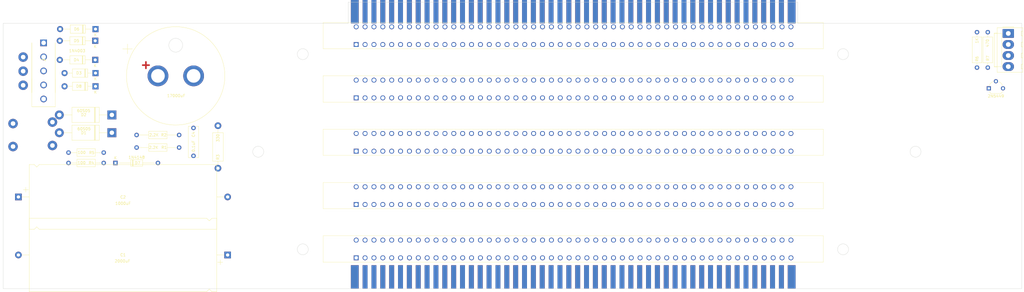
<source format=kicad_pcb>
(kicad_pcb (version 20211014) (generator pcbnew)
  (layers (0 "F.Cu" signal) (31 "B.Cu" signal) (34 "B.Paste" user) (35 "F.Paste" user) (36 "B.SilkS" user "B.Silkscreen") (37 "F.SilkS" user "F.Silkscreen") (38 "B.Mask" user) (39 "F.Mask" user) (44 "Edge.Cuts" user))
  (net 0 "")
  (net 1 "1")
  (net 2 "Net-(D1-Pad2)")
  (net 3 "Net-(D2-Pad2)")
  (net 4 "2")
  (net 5 "Net-(D3-Pad2)")
  (net 6 "52")
  (net 7 "Net-(C5-Pad2)")
  (net 8 "55")
  (net 9 "100")
  (net 10 "3")
  (net 11 "4")
  (net 12 "5")
  (net 13 "6")
  (net 14 "7")
  (net 15 "8")
  (net 16 "9")
  (net 17 "10")
  (net 18 "11")
  (net 19 "12")
  (net 20 "13")
  (net 21 "14")
  (net 22 "15")
  (net 23 "16")
  (net 24 "17")
  (net 25 "18")
  (net 26 "19")
  (net 27 "20")
  (net 28 "21")
  (net 29 "22")
  (net 30 "23")
  (net 31 "24")
  (net 32 "25")
  (net 33 "26")
  (net 34 "27")
  (net 35 "28")
  (net 36 "29")
  (net 37 "30")
  (net 38 "31")
  (net 39 "32")
  (net 40 "33")
  (net 41 "34")
  (net 42 "35")
  (net 43 "36")
  (net 44 "37")
  (net 45 "38")
  (net 46 "39")
  (net 47 "40")
  (net 48 "41")
  (net 49 "42")
  (net 50 "43")
  (net 51 "44")
  (net 52 "45")
  (net 53 "46")
  (net 54 "47")
  (net 55 "48")
  (net 56 "49")
  (net 57 "53")
  (net 58 "54")
  (net 59 "56")
  (net 60 "57")
  (net 61 "58")
  (net 62 "59")
  (net 63 "60")
  (net 64 "61")
  (net 65 "62")
  (net 66 "63")
  (net 67 "64")
  (net 68 "65")
  (net 69 "66")
  (net 70 "67")
  (net 71 "68")
  (net 72 "69")
  (net 73 "70")
  (net 74 "71")
  (net 75 "72")
  (net 76 "73")
  (net 77 "74")
  (net 78 "75")
  (net 79 "76")
  (net 80 "77")
  (net 81 "78")
  (net 82 "79")
  (net 83 "80")
  (net 84 "81")
  (net 85 "82")
  (net 86 "83")
  (net 87 "84")
  (net 88 "85")
  (net 89 "86")
  (net 90 "87")
  (net 91 "88")
  (net 92 "89")
  (net 93 "90")
  (net 94 "91")
  (net 95 "92")
  (net 96 "93")
  (net 97 "94")
  (net 98 "95")
  (net 99 "96")
  (net 100 "97")
  (net 101 "98")
  (net 102 "99")
  (net 103 "Net-(Q1-Pad2)")
  (net 104 "Net-(J2-Pad2)")
  (net 105 "Net-(J2-Pad1)")
  (footprint "Evan's misc parts:346100520802" (layer "F.Cu") (at 126.56 7.58)
    (fp_text reference "J5" hide)
    (fp_text value "346-100-520-802" hide)
  )
  (footprint "Diode_THT:D_DO-41_SOD81_P12.70mm_Horizontal" (layer "F.Cu") (at 33.12 22.56 180)
    (fp_text reference "D8")
    (fp_text value "1N4003")
  )
  (footprint "Evan's misc parts:D_DO-201AD_P18.83mm_Horizontal" (layer "F.Cu") (at 38.98 32.81 180)
    (fp_text reference "D2")
    (fp_text value "60S05")
  )
  (footprint "Connector_Pin:Pin_D1.0mm_L10.0mm" (layer "F.Cu") (at 7.19 22.18)
    (fp_text reference "J16" hide)
    (fp_text value "Conn_01x01")
  )
  (footprint "Connector_Pin:Pin_D1.0mm_L10.0mm" (layer "F.Cu") (at 7.19 17.13)
    (fp_text reference "J15" hide)
    (fp_text value "Conn_01x01")
  )
  (footprint "Evan's misc parts:BUS_S100_M" (layer "F.Cu") (at 123.39 0.508)
    (fp_text reference "J10" hide)
    (fp_text value "edge mount connector" hide)
  )
  (footprint "Evan's misc parts:BUS_S100_M" (layer "F.Cu") (at 123.39 95.569)
    (fp_text reference "J4" hide)
    (fp_text value "Card Edge in" hide)
  )
  (footprint "Resistor_THT:R_Axial_DIN0207_L6.3mm_D2.5mm_P10.16mm_Horizontal" (layer "F.Cu") (at 36.06 50.03 180)
    (fp_text reference "R4")
    (fp_text value "100")
  )
  (footprint "Resistor_THT:R_Axial_DIN0207_L6.3mm_D2.5mm_P10.16mm_Horizontal" (layer "F.Cu") (at 36.06 46.31 180)
    (fp_text reference "R5")
    (fp_text value "100")
  )
  (footprint "Connector_Pin:Pin_D1.0mm_L10.0mm" (layer "F.Cu") (at 17.685 35.38)
    (fp_text reference "J3" hide)
    (fp_text value "Conn_01x01")
  )
  (footprint "Evan's misc parts:CP_Radial_D35.0mm_P12.90mm_SnapIn" (layer "F.Cu") (at 55.505 18.815)
    (fp_text reference "C3" hide)
    (fp_text value "17000uF")
  )
  (footprint "Connector_Molex:Molex_KK-396_A-41791-0004_1x04_P3.96mm_Vertical" (layer "F.Cu") (at 360.285 3.6 -90)
    (fp_text reference "J2" hide)
    (fp_text value "Switch and Light")
  )
  (footprint "Evan's misc parts:D_DO-35_SOD27_P15.24mm_Horizontal" (layer "F.Cu") (at 40.26 50.03)
    (fp_text reference "D7")
    (fp_text value "1N4148")
  )
  (footprint "Diode_THT:D_DO-41_SOD81_P12.70mm_Horizontal" (layer "F.Cu") (at 33.12 17.81 180)
    (fp_text reference "D3")
    (fp_text value "1N4003")
  )
  (footprint "Resistor_THT:R_Axial_DIN0207_L6.3mm_D2.5mm_P15.24mm_Horizontal" (layer "F.Cu") (at 47.85 44.5)
    (fp_text reference "R1")
    (fp_text value "2.2K")
  )
  (footprint "Evan's misc parts:346100520802" (layer "F.Cu") (at 126.56 45.805)
    (fp_text reference "J7" hide)
    (fp_text value "346-100-520-802" hide)
  )
  (footprint "Evan's misc parts:5 pin inline molex 0.93" (layer "F.Cu") (at 14.52 6.98 90)
    (fp_text reference "J1")
    (fp_text value "Power In" hide)
  )
  (footprint "Evan's misc parts:D_DO-201AD_P18.83mm_Horizontal" (layer "F.Cu") (at 38.98 39.19 180)
    (fp_text reference "D1")
    (fp_text value "60S05")
  )
  (footprint "Diode_THT:D_DO-41_SOD81_P12.70mm_Horizontal" (layer "F.Cu") (at 33.02 6.23 180)
    (fp_text reference "D5")
    (fp_text value "1N4003")
  )
  (footprint "Resistor_THT:R_Axial_DIN0309_L9.0mm_D3.2mm_P12.70mm_Horizontal" (layer "F.Cu") (at 352.94 3.15 -90)
    (fp_text reference "R7")
    (fp_text value "470")
  )
  (footprint "Package_TO_SOT_THT:TO-92_Wide" (layer "F.Cu") (at 353.31 23.28)
    (fp_text reference "Q1" hide)
    (fp_text value "2N5449")
  )
  (footprint "Resistor_THT:R_Axial_DIN0411_L9.9mm_D3.6mm_P15.24mm_Horizontal" (layer "F.Cu") (at 77.01 36.67 -90)
    (fp_text reference "R3")
    (fp_text value "330")
  )
  (footprint "Connector_Pin:Pin_D1.0mm_L10.0mm" (layer "F.Cu") (at 3.56 35.9)
    (fp_text reference "J13" hide)
    (fp_text value "Conn_01x01")
  )
  (footprint "Resistor_THT:R_Axial_DIN0207_L6.3mm_D2.5mm_P15.24mm_Horizontal" (layer "F.Cu") (at 47.85 40)
    (fp_text reference "R2")
    (fp_text value "2.2K")
  )
  (footprint "Evan's misc parts:346100520802" (layer "F.Cu") (at 126.56 26.6925)
    (fp_text reference "J6" hide)
    (fp_text value "346-100-520-802" hide)
  )
  (footprint "Capacitor_THT:C_Rect_L11.0mm_W3.4mm_P10.00mm_MKT" (layer "F.Cu") (at 68.24 47.48 90)
    (fp_text reference "C4")
    (fp_text value "0.1uF")
  )
  (footprint "Connector_Pin:Pin_D1.0mm_L10.0mm" (layer "F.Cu") (at 17.685 43.77)
    (fp_text reference "J11" hide)
    (fp_text value "Conn_01x01")
  )
  (footprint "Connector_Pin:Pin_D1.0mm_L10.0mm" (layer "F.Cu") (at 7.19 12.08)
    (fp_text reference "J14" hide)
    (fp_text value "Conn_01x01")
  )
  (footprint "Capacitor_THT:CP_Axial_L67.0mm_D26.0mm_P75.00mm_Horizontal" (layer "F.Cu") (at 80.48 83.01 180)
    (fp_text reference "C1")
    (fp_text value "2000uF")
  )
  (footprint "Connector_Pin:Pin_D1.0mm_L10.0mm" (layer "F.Cu") (at 3.56 44.14)
    (fp_text reference "J12" hide)
    (fp_text value "Conn_01x01")
  )
  (footprint "Diode_THT:D_DO-41_SOD81_P12.70mm_Horizontal" (layer "F.Cu") (at 33.12 2.04 180)
    (fp_text reference "D6")
    (fp_text value "1N4003")
  )
  (footprint "Resistor_THT:R_Axial_DIN0309_L9.0mm_D3.2mm_P12.70mm_Horizontal" (layer "F.Cu") (at 349.07 3.15 -90)
    (fp_text reference "R6")
    (fp_text value "1K")
  )
  (footprint "Capacitor_THT:CP_Axial_L67.0mm_D23.0mm_P75.00mm_Horizontal" (layer "F.Cu") (at 5.48 62.21)
    (fp_text reference "C2")
    (fp_text value "1000uF")
  )
  (footprint "Evan's misc parts:346100520802" (layer "F.Cu") (at 126.56 84.03)
    (fp_text reference "J9" hide)
    (fp_text value "346-100-520-802" hide)
  )
  (footprint "Diode_THT:D_DO-41_SOD81_P12.70mm_Horizontal" (layer "F.Cu") (at 33.02 13.08 180)
    (fp_text reference "D4")
    (fp_text value "1N4003")
  )
  (footprint "Evan's misc parts:346100520802" (layer "F.Cu") (at 126.56 64.9175)
    (fp_text reference "J8" hide)
    (fp_text value "346-100-520-802" hide)
  )
  (gr_line (start 123.7 0) (end 123.7 -7.63) (layer "Edge.Cuts") (width 0.1))
  (gr_circle (center 91.445 45.995) (end 93.41 45.995) (layer "Edge.Cuts") (width 0.1) (fill none))
  (gr_line (start 0 0) (end 0 95.05) (layer "Edge.Cuts") (width 0.1))
  (gr_line (start 0 0) (end 123.7 0) (layer "Edge.Cuts") (width 0.1))
  (gr_line (start 123.7 -7.63) (end 284.8 -7.63) (layer "Edge.Cuts") (width 0.1))
  (gr_line (start 365.09 0) (end 365.09 95.05) (layer "Edge.Cuts") (width 0.1))
  (gr_circle (center 107.415 11.025) (end 109.38 11.025) (layer "Edge.Cuts") (width 0.1) (fill none))
  (gr_circle (center 327.045 45.995) (end 329.01 45.995) (layer "Edge.Cuts") (width 0.1) (fill none))
  (gr_circle (center 61.875 7.825) (end 64.35 7.825) (layer "Edge.Cuts") (width 0.1) (fill none))
  (gr_line (start 365.09 95.05) (end 0 95.05) (layer "Edge.Cuts") (width 0.1))
  (gr_circle (center 301.065 80.985) (end 303.03 80.985) (layer "Edge.Cuts") (width 0.1) (fill none))
  (gr_line (start 284.8 -7.63) (end 284.8 0) (layer "Edge.Cuts") (width 0.1))
  (gr_circle (center 301.065 11.025) (end 303.03 11.025) (layer "Edge.Cuts") (width 0.1) (fill none))
  (gr_line (start 284.8 0) (end 365.09 0) (layer "Edge.Cuts") (width 0.1))
  (gr_circle (center 107.415 80.985) (end 109.38 80.985) (layer "Edge.Cuts") (width 0.1) (fill none))
)
</source>
